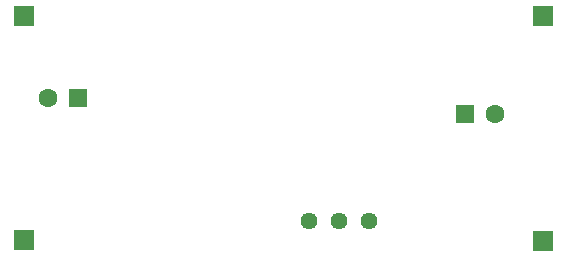
<source format=gbs>
G04 #@! TF.GenerationSoftware,KiCad,Pcbnew,9.0.1*
G04 #@! TF.CreationDate,2025-08-22T15:47:16+05:00*
G04 #@! TF.ProjectId,dc_boost_converter,64635f62-6f6f-4737-945f-636f6e766572,rev?*
G04 #@! TF.SameCoordinates,Original*
G04 #@! TF.FileFunction,Soldermask,Bot*
G04 #@! TF.FilePolarity,Negative*
%FSLAX46Y46*%
G04 Gerber Fmt 4.6, Leading zero omitted, Abs format (unit mm)*
G04 Created by KiCad (PCBNEW 9.0.1) date 2025-08-22 15:47:16*
%MOMM*%
%LPD*%
G01*
G04 APERTURE LIST*
%ADD10R,1.700000X1.700000*%
%ADD11C,1.440000*%
%ADD12R,1.600000X1.600000*%
%ADD13C,1.600000*%
G04 APERTURE END LIST*
D10*
X181100000Y-75200000D03*
X137100000Y-94100000D03*
D11*
X166380000Y-92500000D03*
X163840000Y-92500000D03*
X161300000Y-92500000D03*
D12*
X141682380Y-82100000D03*
D13*
X139182380Y-82100000D03*
D12*
X174517621Y-83500000D03*
D13*
X177017621Y-83500000D03*
D10*
X137100000Y-75200000D03*
X181100000Y-94200000D03*
M02*

</source>
